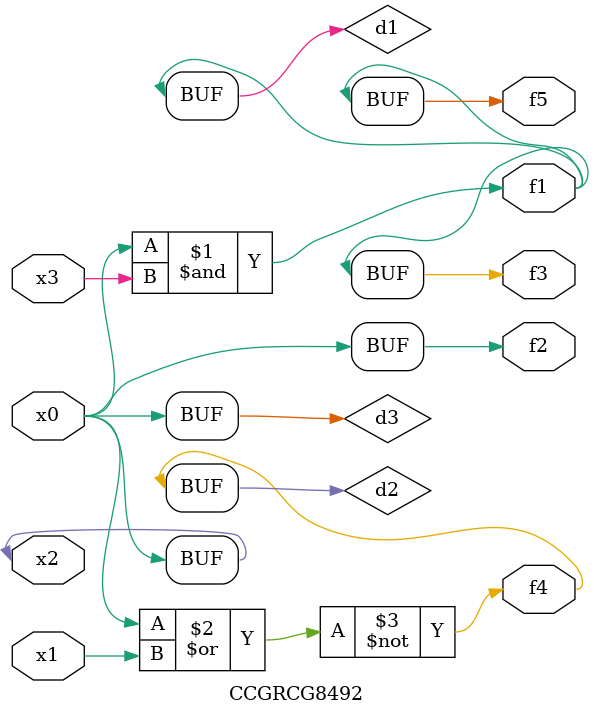
<source format=v>
module CCGRCG8492(
	input x0, x1, x2, x3,
	output f1, f2, f3, f4, f5
);

	wire d1, d2, d3;

	and (d1, x2, x3);
	nor (d2, x0, x1);
	buf (d3, x0, x2);
	assign f1 = d1;
	assign f2 = d3;
	assign f3 = d1;
	assign f4 = d2;
	assign f5 = d1;
endmodule

</source>
